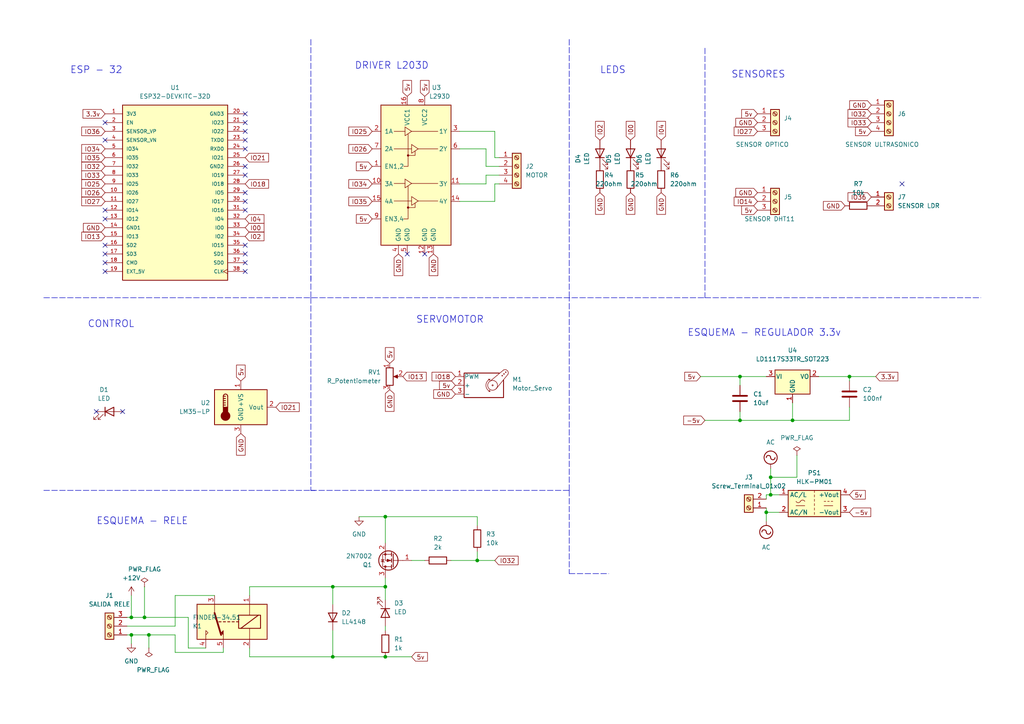
<source format=kicad_sch>
(kicad_sch (version 20211123) (generator eeschema)
  (paper "A4")
  (title_block (title "PLANTA DE ENTRENAMIENTO PARA uPy (PEUPY)") (date "2022-04-21"))
  (lib_symbols
    (symbol "Connector:Screw_Terminal_01x02" (pin_names (offset 1.016) hide)
      (property "Reference" "J" (at 0 2.54 0))
      (property "Value" "Screw_Terminal_01x02" (at 0 -5.08 0))
      (symbol "Screw_Terminal_01x02_1_1"
        (rectangle (start -1.27 1.27) (end 1.27 -3.81) (stroke (width 0.254)) (fill (type background)))
        (circle (center 0 -2.54) (radius 0.635) (stroke (width 0.1524)))
        (polyline (pts (xy -0.5334 -2.2098) (xy 0.3302 -3.048)) (stroke (width 0.1524)))
        (polyline (pts (xy -0.5334 0.3302) (xy 0.3302 -0.508)) (stroke (width 0.1524)))
        (polyline (pts (xy -0.3556 -2.032) (xy 0.508 -2.8702)) (stroke (width 0.1524)))
        (polyline (pts (xy -0.3556 0.508) (xy 0.508 -0.3302)) (stroke (width 0.1524)))
        (circle (center 0 0) (radius 0.635) (stroke (width 0.1524)))
        (pin passive line (at -5.08 0 0) (length 3.81) (name "Pin_1") (number "1"))
        (pin passive line (at -5.08 -2.54 0) (length 3.81) (name "Pin_2") (number "2"))
      )
    )
    (symbol "Connector:Screw_Terminal_01x03" (pin_names (offset 1.016) hide)
      (property "Reference" "J" (at 0 5.08 0))
      (property "Value" "Screw_Terminal_01x03" (at 0 -5.08 0))
      (symbol "Screw_Terminal_01x03_1_1"
        (rectangle (start -1.27 3.81) (end 1.27 -3.81) (stroke (width 0.254)) (fill (type background)))
        (circle (center 0 -2.54) (radius 0.635) (stroke (width 0.1524)))
        (polyline (pts (xy -0.5334 -2.2098) (xy 0.3302 -3.048)) (stroke (width 0.1524)))
        (polyline (pts (xy -0.5334 0.3302) (xy 0.3302 -0.508)) (stroke (width 0.1524)))
        (polyline (pts (xy -0.5334 2.8702) (xy 0.3302 2.032)) (stroke (width 0.1524)))
        (polyline (pts (xy -0.3556 -2.032) (xy 0.508 -2.8702)) (stroke (width 0.1524)))
        (polyline (pts (xy -0.3556 0.508) (xy 0.508 -0.3302)) (stroke (width 0.1524)))
        (polyline (pts (xy -0.3556 3.048) (xy 0.508 2.2098)) (stroke (width 0.1524)))
        (circle (center 0 0) (radius 0.635) (stroke (width 0.1524)))
        (circle (center 0 2.54) (radius 0.635) (stroke (width 0.1524)))
        (pin passive line (at -5.08 2.54 0) (length 3.81) (name "Pin_1") (number "1"))
        (pin passive line (at -5.08 0 0) (length 3.81) (name "Pin_2") (number "2"))
        (pin passive line (at -5.08 -2.54 0) (length 3.81) (name "Pin_3") (number "3"))
      )
    )
    (symbol "Connector:Screw_Terminal_01x04" (pin_names (offset 1.016) hide)
      (property "Reference" "J" (at 0 5.08 0))
      (property "Value" "Screw_Terminal_01x04" (at 0 -7.62 0))
      (symbol "Screw_Terminal_01x04_1_1"
        (rectangle (start -1.27 3.81) (end 1.27 -6.35) (stroke (width 0.254)) (fill (type background)))
        (circle (center 0 -5.08) (radius 0.635) (stroke (width 0.1524)))
        (circle (center 0 -2.54) (radius 0.635) (stroke (width 0.1524)))
        (polyline (pts (xy -0.5334 -4.7498) (xy 0.3302 -5.588)) (stroke (width 0.1524)))
        (polyline (pts (xy -0.5334 -2.2098) (xy 0.3302 -3.048)) (stroke (width 0.1524)))
        (polyline (pts (xy -0.5334 0.3302) (xy 0.3302 -0.508)) (stroke (width 0.1524)))
        (polyline (pts (xy -0.5334 2.8702) (xy 0.3302 2.032)) (stroke (width 0.1524)))
        (polyline (pts (xy -0.3556 -4.572) (xy 0.508 -5.4102)) (stroke (width 0.1524)))
        (polyline (pts (xy -0.3556 -2.032) (xy 0.508 -2.8702)) (stroke (width 0.1524)))
        (polyline (pts (xy -0.3556 0.508) (xy 0.508 -0.3302)) (stroke (width 0.1524)))
        (polyline (pts (xy -0.3556 3.048) (xy 0.508 2.2098)) (stroke (width 0.1524)))
        (circle (center 0 0) (radius 0.635) (stroke (width 0.1524)))
        (circle (center 0 2.54) (radius 0.635) (stroke (width 0.1524)))
        (pin passive line (at -5.08 2.54 0) (length 3.81) (name "Pin_1") (number "1"))
        (pin passive line (at -5.08 0 0) (length 3.81) (name "Pin_2") (number "2"))
        (pin passive line (at -5.08 -2.54 0) (length 3.81) (name "Pin_3") (number "3"))
        (pin passive line (at -5.08 -5.08 0) (length 3.81) (name "Pin_4") (number "4"))
      )
    )
    (symbol "Converter_ACDC:HLK-PM01"
      (property "Reference" "PS" (at 0 5.08 0))
      (property "Value" "HLK-PM01" (at 0 -5.08 0))
      (symbol "HLK-PM01_0_1"
        (rectangle (start -7.62 3.81) (end 7.62 -3.81) (stroke (width 0.254)) (fill (type background)))
        (arc (start -5.334 0.635) (mid -4.699 0.2495) (end -4.064 0.635))
        (arc (start -2.794 0.635) (mid -3.429 1.0072) (end -4.064 0.635))
        (polyline (pts (xy -5.334 -0.635) (xy -2.794 -0.635)))
        (polyline (pts (xy 0 -2.54) (xy 0 -3.175)))
        (polyline (pts (xy 0 -1.27) (xy 0 -1.905)))
        (polyline (pts (xy 0 0) (xy 0 -0.635)))
        (polyline (pts (xy 0 1.27) (xy 0 0.635)))
        (polyline (pts (xy 0 2.54) (xy 0 1.905)))
        (polyline (pts (xy 0 3.81) (xy 0 3.175)))
        (polyline (pts (xy 2.794 -0.635) (xy 5.334 -0.635)))
        (polyline (pts (xy 2.794 0.635) (xy 3.302 0.635)))
        (polyline (pts (xy 3.81 0.635) (xy 4.318 0.635)))
        (polyline (pts (xy 4.826 0.635) (xy 5.334 0.635)))
      )
      (symbol "HLK-PM01_1_1"
        (pin power_in line (at -10.16 2.54 0) (length 2.54) (name "AC/L") (number "1"))
        (pin power_in line (at -10.16 -2.54 0) (length 2.54) (name "AC/N") (number "2"))
        (pin power_out line (at 10.16 -2.54 180) (length 2.54) (name "-Vout") (number "3"))
        (pin power_out line (at 10.16 2.54 180) (length 2.54) (name "+Vout") (number "4"))
      )
    )
    (symbol "Device:C" (pin_numbers hide) (pin_names (offset 0.254))
      (property "Reference" "C" (at 0.635 2.54 0))
      (property "Value" "C" (at 0.635 -2.54 0))
      (symbol "C_0_1"
        (polyline (pts (xy -2.032 -0.762) (xy 2.032 -0.762)) (stroke (width 0.508)))
        (polyline (pts (xy -2.032 0.762) (xy 2.032 0.762)) (stroke (width 0.508)))
      )
      (symbol "C_1_1"
        (pin passive line (at 0 3.81 270) (length 2.794) (name "~") (number "1"))
        (pin passive line (at 0 -3.81 90) (length 2.794) (name "~") (number "2"))
      )
    )
    (symbol "Device:LED" (pin_numbers hide) (pin_names (offset 1.016) hide)
      (property "Reference" "D" (at 0 2.54 0))
      (property "Value" "LED" (at 0 -2.54 0))
      (symbol "LED_0_1"
        (polyline (pts (xy -1.27 -1.27) (xy -1.27 1.27)) (stroke (width 0.254)))
        (polyline (pts (xy -1.27 0) (xy 1.27 0)))
        (polyline (pts (xy 1.27 -1.27) (xy 1.27 1.27) (xy -1.27 0) (xy 1.27 -1.27)) (stroke (width 0.254)))
        (polyline (pts (xy -3.048 -0.762) (xy -4.572 -2.286) (xy -3.81 -2.286) (xy -4.572 -2.286) (xy -4.572 -1.524)))
        (polyline (pts (xy -1.778 -0.762) (xy -3.302 -2.286) (xy -2.54 -2.286) (xy -3.302 -2.286) (xy -3.302 -1.524)))
      )
      (symbol "LED_1_1"
        (pin passive line (at -3.81 0 0) (length 2.54) (name "K") (number "1"))
        (pin passive line (at 3.81 0 180) (length 2.54) (name "A") (number "2"))
      )
    )
    (symbol "Device:R" (pin_numbers hide) (pin_names (offset 0))
      (property "Reference" "R" (at 2.032 0 90))
      (property "Value" "R" (at 0 0 90))
      (symbol "R_0_1"
        (rectangle (start -1.016 -2.54) (end 1.016 2.54) (stroke (width 0.254)))
      )
      (symbol "R_1_1"
        (pin passive line (at 0 3.81 270) (length 1.27) (name "~") (number "1"))
        (pin passive line (at 0 -3.81 90) (length 1.27) (name "~") (number "2"))
      )
    )
    (symbol "Device:R_Potentiometer" (pin_names (offset 1.016) hide)
      (property "Reference" "RV" (at -4.445 0 90))
      (property "Value" "R_Potentiometer" (at -2.54 0 90))
      (symbol "R_Potentiometer_0_1"
        (polyline (pts (xy 2.54 0) (xy 1.524 0)))
        (polyline (pts (xy 1.143 0) (xy 2.286 0.508) (xy 2.286 -0.508) (xy 1.143 0)) (fill (type outline)))
        (rectangle (start 1.016 2.54) (end -1.016 -2.54) (stroke (width 0.254)))
      )
      (symbol "R_Potentiometer_1_1"
        (pin passive line (at 0 3.81 270) (length 1.27) (name "1") (number "1"))
        (pin passive line (at 3.81 0 180) (length 1.27) (name "2") (number "2"))
        (pin passive line (at 0 -3.81 90) (length 1.27) (name "3") (number "3"))
      )
    )
    (symbol "Diode:LL4148" (pin_numbers hide) (pin_names (offset 1.016) hide)
      (property "Reference" "D" (at 0 2.54 0))
      (property "Value" "LL4148" (at 0 -2.54 0))
      (symbol "LL4148_0_1"
        (polyline (pts (xy -1.27 1.27) (xy -1.27 -1.27)) (stroke (width 0.254)))
        (polyline (pts (xy 1.27 0) (xy -1.27 0)))
        (polyline (pts (xy 1.27 1.27) (xy 1.27 -1.27) (xy -1.27 0) (xy 1.27 1.27)) (stroke (width 0.254)))
      )
      (symbol "LL4148_1_1"
        (pin passive line (at -3.81 0 0) (length 2.54) (name "K") (number "1"))
        (pin passive line (at 3.81 0 180) (length 2.54) (name "A") (number "2"))
      )
    )
    (symbol "Driver_Motor:L293D" (pin_names (offset 1.016))
      (property "Reference" "U" (at -5.08 26.035 0))
      (property "Value" "L293D" (at -5.08 24.13 0))
      (symbol "L293D_0_1"
        (rectangle (start -10.16 22.86) (end 10.16 -17.78) (stroke (width 0.254)) (fill (type background)))
        (circle (center -2.286 -6.858) (radius 0.254) (fill (type outline)))
        (circle (center -2.286 8.255) (radius 0.254) (fill (type outline)))
        (polyline (pts (xy -6.35 -4.953) (xy -1.27 -4.953)))
        (polyline (pts (xy -6.35 0.127) (xy -3.175 0.127)))
        (polyline (pts (xy -6.35 10.16) (xy -1.27 10.16)))
        (polyline (pts (xy -6.35 15.24) (xy -3.175 15.24)))
        (polyline (pts (xy -1.27 0.127) (xy 6.35 0.127)))
        (polyline (pts (xy -1.27 15.24) (xy 6.35 15.24)))
        (polyline (pts (xy 0.635 -4.953) (xy 6.35 -4.953)))
        (polyline (pts (xy 0.635 10.16) (xy 6.35 10.16)))
        (polyline (pts (xy -2.286 -6.858) (xy -0.254 -6.858) (xy -0.254 -5.588)))
        (polyline (pts (xy -2.286 -0.635) (xy -2.286 -10.16) (xy -3.556 -10.16)))
        (polyline (pts (xy -2.286 8.255) (xy -0.254 8.255) (xy -0.254 9.525)))
        (polyline (pts (xy -2.286 14.478) (xy -2.286 5.08) (xy -3.556 5.08)))
        (polyline (pts (xy -3.175 1.397) (xy -3.175 -1.143) (xy -1.27 0.127) (xy -3.175 1.397)))
        (polyline (pts (xy -3.175 16.51) (xy -3.175 13.97) (xy -1.27 15.24) (xy -3.175 16.51)))
        (polyline (pts (xy -1.27 -3.683) (xy -1.27 -6.223) (xy 0.635 -4.953) (xy -1.27 -3.683)))
        (polyline (pts (xy -1.27 11.43) (xy -1.27 8.89) (xy 0.635 10.16) (xy -1.27 11.43)))
      )
      (symbol "L293D_1_1"
        (pin input line (at -12.7 5.08 0) (length 2.54) (name "EN1,2") (number "1"))
        (pin input line (at -12.7 0 0) (length 2.54) (name "3A") (number "10"))
        (pin output line (at 12.7 0 180) (length 2.54) (name "3Y") (number "11"))
        (pin power_in line (at 2.54 -20.32 90) (length 2.54) (name "GND") (number "12"))
        (pin power_in line (at 5.08 -20.32 90) (length 2.54) (name "GND") (number "13"))
        (pin output line (at 12.7 -5.08 180) (length 2.54) (name "4Y") (number "14"))
        (pin input line (at -12.7 -5.08 0) (length 2.54) (name "4A") (number "15"))
        (pin power_in line (at -2.54 25.4 270) (length 2.54) (name "VCC1") (number "16"))
        (pin input line (at -12.7 15.24 0) (length 2.54) (name "1A") (number "2"))
        (pin output line (at 12.7 15.24 180) (length 2.54) (name "1Y") (number "3"))
        (pin power_in line (at -5.08 -20.32 90) (length 2.54) (name "GND") (number "4"))
        (pin power_in line (at -2.54 -20.32 90) (length 2.54) (name "GND") (number "5"))
        (pin output line (at 12.7 10.16 180) (length 2.54) (name "2Y") (number "6"))
        (pin input line (at -12.7 10.16 0) (length 2.54) (name "2A") (number "7"))
        (pin power_in line (at 2.54 25.4 270) (length 2.54) (name "VCC2") (number "8"))
        (pin input line (at -12.7 -10.16 0) (length 2.54) (name "EN3,4") (number "9"))
      )
    )
    (symbol "MCU_Module:ESP32-DEVKITC-32D" (pin_names (offset 1.016))
      (property "Reference" "U" (at -15.2654 26.0604 0))
      (property "Value" "ESP32-DEVKITC-32D" (at -15.2654 -27.9654 0))
      (symbol "ESP32-DEVKITC-32D_0_0"
        (rectangle (start -15.24 -25.4) (end 15.24 25.4) (stroke (width 0.254)) (fill (type background)))
        (pin power_in line (at -20.32 22.86 0) (length 5.08) (name "3V3") (number "1"))
        (pin bidirectional line (at -20.32 0 0) (length 5.08) (name "IO26") (number "10"))
        (pin bidirectional line (at -20.32 -2.54 0) (length 5.08) (name "IO27") (number "11"))
        (pin bidirectional line (at -20.32 -5.08 0) (length 5.08) (name "IO14") (number "12"))
        (pin bidirectional line (at -20.32 -7.62 0) (length 5.08) (name "IO12") (number "13"))
        (pin power_in line (at -20.32 -10.16 0) (length 5.08) (name "GND1") (number "14"))
        (pin bidirectional line (at -20.32 -12.7 0) (length 5.08) (name "IO13") (number "15"))
        (pin bidirectional line (at -20.32 -15.24 0) (length 5.08) (name "SD2") (number "16"))
        (pin bidirectional line (at -20.32 -17.78 0) (length 5.08) (name "SD3") (number "17"))
        (pin bidirectional line (at -20.32 -20.32 0) (length 5.08) (name "CMD") (number "18"))
        (pin power_in line (at -20.32 -22.86 0) (length 5.08) (name "EXT_5V") (number "19"))
        (pin input line (at -20.32 20.32 0) (length 5.08) (name "EN") (number "2"))
        (pin power_in line (at 20.32 22.86 180) (length 5.08) (name "GND3") (number "20"))
        (pin bidirectional line (at 20.32 20.32 180) (length 5.08) (name "IO23") (number "21"))
        (pin bidirectional line (at 20.32 17.78 180) (length 5.08) (name "IO22") (number "22"))
        (pin output line (at 20.32 15.24 180) (length 5.08) (name "TXD0") (number "23"))
        (pin input line (at 20.32 12.7 180) (length 5.08) (name "RXD0") (number "24"))
        (pin bidirectional line (at 20.32 10.16 180) (length 5.08) (name "IO21") (number "25"))
        (pin power_in line (at 20.32 7.62 180) (length 5.08) (name "GND2") (number "26"))
        (pin bidirectional line (at 20.32 5.08 180) (length 5.08) (name "IO19") (number "27"))
        (pin bidirectional line (at 20.32 2.54 180) (length 5.08) (name "IO18") (number "28"))
        (pin bidirectional line (at 20.32 0 180) (length 5.08) (name "IO5") (number "29"))
        (pin input line (at -20.32 17.78 0) (length 5.08) (name "SENSOR_VP") (number "3"))
        (pin bidirectional line (at 20.32 -2.54 180) (length 5.08) (name "IO17") (number "30"))
        (pin bidirectional line (at 20.32 -5.08 180) (length 5.08) (name "IO16") (number "31"))
        (pin bidirectional line (at 20.32 -7.62 180) (length 5.08) (name "IO4") (number "32"))
        (pin bidirectional line (at 20.32 -10.16 180) (length 5.08) (name "IO0") (number "33"))
        (pin bidirectional line (at 20.32 -12.7 180) (length 5.08) (name "IO2") (number "34"))
        (pin bidirectional line (at 20.32 -15.24 180) (length 5.08) (name "IO15") (number "35"))
        (pin bidirectional line (at 20.32 -17.78 180) (length 5.08) (name "SD1") (number "36"))
        (pin bidirectional line (at 20.32 -20.32 180) (length 5.08) (name "SD0") (number "37"))
        (pin input clock (at 20.32 -22.86 180) (length 5.08) (name "CLK") (number "38"))
        (pin input line (at -20.32 15.24 0) (length 5.08) (name "SENSOR_VN") (number "4"))
        (pin bidirectional line (at -20.32 12.7 0) (length 5.08) (name "IO34") (number "5"))
        (pin bidirectional line (at -20.32 10.16 0) (length 5.08) (name "IO35") (number "6"))
        (pin bidirectional line (at -20.32 7.62 0) (length 5.08) (name "IO32") (number "7"))
        (pin bidirectional line (at -20.32 5.08 0) (length 5.08) (name "IO33") (number "8"))
        (pin bidirectional line (at -20.32 2.54 0) (length 5.08) (name "IO25") (number "9"))
      )
    )
    (symbol "Motor:Motor_Servo" (pin_names (offset 0.0254))
      (property "Reference" "M" (at -5.08 4.445 0))
      (property "Value" "Motor_Servo" (at -5.08 -4.064 0))
      (symbol "Motor_Servo_0_1"
        (polyline (pts (xy 2.413 -1.778) (xy 2.032 -1.778)))
        (polyline (pts (xy 2.413 -1.778) (xy 2.286 -1.397)))
        (polyline (pts (xy 2.413 1.778) (xy 1.905 1.778)))
        (polyline (pts (xy 2.413 1.778) (xy 2.286 1.397)))
        (polyline (pts (xy 6.35 4.445) (xy 2.54 1.27)))
        (polyline (pts (xy 7.62 3.175) (xy 4.191 -1.016)))
        (polyline (pts (xy 5.08 3.556) (xy -5.08 3.556) (xy -5.08 -3.556) (xy 6.35 -3.556) (xy 6.35 1.524)) (stroke (width 0.254)))
        (arc (start 2.413 1.778) (mid 1.2406 0) (end 2.413 -1.778))
        (circle (center 3.175 0) (radius 0.1778))
        (circle (center 3.175 0) (radius 1.4224))
        (circle (center 5.969 2.794) (radius 0.127))
        (circle (center 6.477 3.302) (radius 0.127))
        (circle (center 6.985 3.81) (radius 0.127))
        (arc (start 7.62 3.175) (mid 7.4485 4.2735) (end 6.35 4.445))
      )
      (symbol "Motor_Servo_1_1"
        (pin passive line (at -7.62 2.54 0) (length 2.54) (name "PWM") (number "1"))
        (pin passive line (at -7.62 0 0) (length 2.54) (name "+") (number "2"))
        (pin passive line (at -7.62 -2.54 0) (length 2.54) (name "-") (number "3"))
      )
    )
    (symbol "Regulator_Linear:LD1117S33TR_SOT223" (pin_names (offset 0.254))
      (property "Reference" "U" (at -3.81 3.175 0))
      (property "Value" "LD1117S33TR_SOT223" (at 0 3.175 0))
      (symbol "LD1117S33TR_SOT223_0_1"
        (rectangle (start -5.08 -5.08) (end 5.08 1.905) (stroke (width 0.254)) (fill (type background)))
      )
      (symbol "LD1117S33TR_SOT223_1_1"
        (pin power_in line (at 0 -7.62 90) (length 2.54) (name "GND") (number "1"))
        (pin power_out line (at 7.62 0 180) (length 2.54) (name "VO") (number "2"))
        (pin power_in line (at -7.62 0 0) (length 2.54) (name "VI") (number "3"))
      )
    )
    (symbol "Relay:FINDER-34.51"
      (property "Reference" "K1" (at 11.43 1.2701 0))
      (property "Value" "FINDER-34.51" (at 11.43 -1.2699 0))
      (symbol "FINDER-34.51_0_0"
        (polyline (pts (xy 7.62 5.08) (xy 7.62 2.54) (xy 6.985 3.175) (xy 7.62 3.81)))
      )
      (symbol "FINDER-34.51_0_1"
        (rectangle (start -10.16 5.08) (end 10.16 -5.08) (stroke (width 0.254)) (fill (type background)))
        (rectangle (start -8.255 1.905) (end -1.905 -1.905) (stroke (width 0.254)))
        (polyline (pts (xy -7.62 -1.905) (xy -2.54 1.905)) (stroke (width 0.254)))
        (polyline (pts (xy -5.08 -5.08) (xy -5.08 -1.905)))
        (polyline (pts (xy -5.08 5.08) (xy -5.08 1.905)))
        (polyline (pts (xy -1.905 0) (xy -1.27 0)) (stroke (width 0.254)))
        (polyline (pts (xy -0.635 0) (xy 0 0)) (stroke (width 0.254)))
        (polyline (pts (xy 0.635 0) (xy 1.27 0)) (stroke (width 0.254)))
        (polyline (pts (xy 1.905 0) (xy 2.54 0)) (stroke (width 0.254)))
        (polyline (pts (xy 3.175 0) (xy 3.81 0)) (stroke (width 0.254)))
        (polyline (pts (xy 5.08 -2.54) (xy 3.175 3.81)) (stroke (width 0.508)))
        (polyline (pts (xy 5.08 -2.54) (xy 5.08 -5.08)))
        (polyline (pts (xy 2.54 5.08) (xy 2.54 2.54) (xy 3.175 3.175) (xy 2.54 3.81)) (fill (type outline)))
      )
      (symbol "FINDER-34.51_1_1"
        (pin passive line (at -5.08 -7.62 90) (length 2.54) (name "~") (number "1"))
        (pin passive line (at -5.08 7.62 270) (length 2.54) (name "~") (number "2"))
        (pin passive line (at 5.08 -7.62 90) (length 2.54) (name "~") (number "3"))
        (pin passive line (at 7.62 7.62 270) (length 2.54) (name "~") (number "4"))
        (pin passive line (at 2.54 7.62 270) (length 2.54) (name "~") (number "5"))
      )
    )
    (symbol "Sensor_Temperature:LM35-LP" (pin_names (offset 1.016))
      (property "Reference" "U" (at -6.35 6.35 0))
      (property "Value" "LM35-LP" (at 1.27 6.35 0))
      (symbol "LM35-LP_0_1"
        (rectangle (start -7.62 5.08) (end 7.62 -5.08) (stroke (width 0.254)) (fill (type background)))
        (circle (center -4.445 -2.54) (radius 1.27) (stroke (width 0.254)) (fill (type outline)))
        (rectangle (start -3.81 -1.905) (end -5.08 0) (stroke (width 0.254)) (fill (type outline)))
        (arc (start -3.81 3.175) (mid -4.445 3.81) (end -5.08 3.175) (stroke (width 0.254)))
        (polyline (pts (xy -5.08 0.635) (xy -4.445 0.635)) (stroke (width 0.254)))
        (polyline (pts (xy -5.08 1.27) (xy -4.445 1.27)) (stroke (width 0.254)))
        (polyline (pts (xy -5.08 1.905) (xy -4.445 1.905)) (stroke (width 0.254)))
        (polyline (pts (xy -5.08 2.54) (xy -4.445 2.54)) (stroke (width 0.254)))
        (polyline (pts (xy -5.08 3.175) (xy -5.08 0)) (stroke (width 0.254)))
        (polyline (pts (xy -5.08 3.175) (xy -4.445 3.175)) (stroke (width 0.254)))
        (polyline (pts (xy -3.81 3.175) (xy -3.81 0)) (stroke (width 0.254)))
      )
      (symbol "LM35-LP_1_1"
        (pin power_in line (at 0 7.62 270) (length 2.54) (name "+VS") (number "1"))
        (pin output line (at 10.16 0 180) (length 2.54) (name "Vout") (number "2"))
        (pin power_in line (at 0 -7.62 90) (length 2.54) (name "GND") (number "3"))
      )
    )
    (symbol "Transistor_FET:2N7002" (pin_names hide)
      (property "Reference" "Q" (at 5.08 1.905 0))
      (property "Value" "2N7002" (at 5.08 0 0))
      (symbol "2N7002_0_1"
        (polyline (pts (xy 0.254 0) (xy -2.54 0)))
        (polyline (pts (xy 0.254 1.905) (xy 0.254 -1.905)) (stroke (width 0.254)))
        (polyline (pts (xy 0.762 -1.27) (xy 0.762 -2.286)) (stroke (width 0.254)))
        (polyline (pts (xy 0.762 0.508) (xy 0.762 -0.508)) (stroke (width 0.254)))
        (polyline (pts (xy 0.762 2.286) (xy 0.762 1.27)) (stroke (width 0.254)))
        (polyline (pts (xy 2.54 2.54) (xy 2.54 1.778)))
        (polyline (pts (xy 2.54 -2.54) (xy 2.54 0) (xy 0.762 0)))
        (polyline (pts (xy 0.762 -1.778) (xy 3.302 -1.778) (xy 3.302 1.778) (xy 0.762 1.778)))
        (polyline (pts (xy 1.016 0) (xy 2.032 0.381) (xy 2.032 -0.381) (xy 1.016 0)) (fill (type outline)))
        (polyline (pts (xy 2.794 0.508) (xy 2.921 0.381) (xy 3.683 0.381) (xy 3.81 0.254)))
        (polyline (pts (xy 3.302 0.381) (xy 2.921 -0.254) (xy 3.683 -0.254) (xy 3.302 0.381)))
        (circle (center 1.651 0) (radius 2.794) (stroke (width 0.254)))
        (circle (center 2.54 -1.778) (radius 0.254) (fill (type outline)))
        (circle (center 2.54 1.778) (radius 0.254) (fill (type outline)))
      )
      (symbol "2N7002_1_1"
        (pin input line (at -5.08 0 0) (length 2.54) (name "G") (number "1"))
        (pin passive line (at 2.54 -5.08 90) (length 2.54) (name "S") (number "2"))
        (pin passive line (at 2.54 5.08 270) (length 2.54) (name "D") (number "3"))
      )
    )
    (symbol "power:+12V" (power) (pin_names (offset 0))
      (property "Value" "+12V" (at 0 3.556 0))
      (symbol "+12V_0_1"
        (polyline (pts (xy -0.762 1.27) (xy 0 2.54)))
        (polyline (pts (xy 0 0) (xy 0 2.54)))
        (polyline (pts (xy 0 2.54) (xy 0.762 1.27)))
      )
      (symbol "+12V_1_1"
        (pin power_in line (at 0 0 90) (length 0) hide (name "+12V") (number "1"))
      )
    )
    (symbol "power:AC" (power) (pin_names (offset 0))
      (property "Value" "AC" (at 0 6.35 0))
      (symbol "AC_0_1"
        (polyline (pts (xy 0 0) (xy 0 1.27)))
        (arc (start 0 3.175) (mid -0.635 3.81) (end -1.27 3.175) (stroke (width 0.254)))
        (arc (start 0 3.175) (mid 0.635 2.54) (end 1.27 3.175) (stroke (width 0.254)))
        (circle (center 0 3.175) (radius 1.905) (stroke (width 0.254)))
      )
      (symbol "AC_1_1"
        (pin power_in line (at 0 0 90) (length 0) hide (name "AC") (number "1"))
      )
    )
    (symbol "power:GND" (power) (pin_names (offset 0))
      (property "Value" "GND" (at 0 -3.81 0))
      (symbol "GND_0_1"
        (polyline (pts (xy 0 0) (xy 0 -1.27) (xy 1.27 -1.27) (xy 0 -2.54) (xy -1.27 -1.27) (xy 0 -1.27)))
      )
      (symbol "GND_1_1"
        (pin power_in line (at 0 0 270) (length 0) hide (name "GND") (number "1"))
      )
    )
    (symbol "power:PWR_FLAG" (power) (pin_numbers hide) (pin_names (offset 0) hide)
      (property "Value" "PWR_FLAG" (at 0 3.81 0))
      (symbol "PWR_FLAG_0_0"
        (pin power_out line (at 0 0 90) (length 0) (name "pwr") (number "1"))
      )
      (symbol "PWR_FLAG_0_1"
        (polyline (pts (xy 0 0) (xy 0 1.27) (xy -1.016 1.905) (xy 0 2.54) (xy 1.016 1.905) (xy 0 1.27)))
      )
    )
  )
  (junction (at 111.76 170.18))
  (junction (at 222.25 148.59))
  (junction (at 223.52 143.51))
  (junction (at 96.52 190.5))
  (junction (at 214.63 121.92))
  (junction (at 214.63 109.22))
  (junction (at 229.87 121.92))
  (junction (at 38.1 179.07))
  (junction (at 138.43 162.56))
  (junction (at 96.52 170.18))
  (junction (at 223.52 138.43))
  (junction (at 246.38 109.22))
  (junction (at 111.76 190.5))
  (junction (at 41.91 179.07))
  (junction (at 38.1 184.15))
  (junction (at 43.18 184.15))
  (junction (at 111.76 149.86))
  (no_connect (at 71.12 33.02))
  (no_connect (at 71.12 35.56))
  (no_connect (at 71.12 55.88))
  (no_connect (at 71.12 50.8))
  (no_connect (at 71.12 48.26))
  (no_connect (at 71.12 43.18))
  (no_connect (at 71.12 40.64))
  (no_connect (at 71.12 38.1))
  (no_connect (at 261.62 53.34))
  (no_connect (at 27.94 119.38))
  (no_connect (at 35.56 119.38))
  (no_connect (at 30.48 78.74))
  (no_connect (at 71.12 78.74))
  (no_connect (at 71.12 76.2))
  (no_connect (at 30.48 35.56))
  (no_connect (at 30.48 40.64))
  (no_connect (at 30.48 60.96))
  (no_connect (at 30.48 63.5))
  (no_connect (at 71.12 60.96))
  (no_connect (at 71.12 58.42))
  (no_connect (at 30.48 71.12))
  (no_connect (at 30.48 73.66))
  (no_connect (at 30.48 76.2))
  (no_connect (at 71.12 73.66))
  (no_connect (at 71.12 71.12))
  (no_connect (at 123.19 73.66))
  (no_connect (at 118.11 73.66))
  (wire (pts (xy 246.38 118.11) (xy 246.38 121.92)))
  (wire (pts (xy 130.81 162.56) (xy 138.43 162.56)))
  (wire (pts (xy 246.38 121.92) (xy 229.87 121.92)))
  (wire (pts (xy 54.61 187.96) (xy 54.61 179.07)))
  (wire (pts (xy 72.39 170.18) (xy 96.52 170.18)))
  (wire (pts (xy 43.18 184.15) (xy 38.1 184.15)))
  (wire (pts (xy 237.49 109.22) (xy 246.38 109.22)))
  (polyline (pts (xy 204.47 13.97) (xy 204.47 86.36)))
  (wire (pts (xy 111.76 170.18) (xy 111.76 167.64)))
  (polyline (pts (xy 90.17 142.24) (xy 91.44 142.24)))
  (wire (pts (xy 111.76 149.86) (xy 138.43 149.86)))
  (wire (pts (xy 41.91 170.18) (xy 41.91 179.07)))
  (wire (pts (xy 38.1 184.15) (xy 36.83 184.15)))
  (wire (pts (xy 138.43 162.56) (xy 138.43 160.02)))
  (wire (pts (xy 223.52 135.89) (xy 223.52 138.43)))
  (wire (pts (xy 50.8 172.72) (xy 50.8 181.61)))
  (wire (pts (xy 72.39 172.72) (xy 72.39 170.18)))
  (wire (pts (xy 41.91 179.07) (xy 54.61 179.07)))
  (wire (pts (xy 143.51 38.1) (xy 143.51 45.72)))
  (wire (pts (xy 140.97 53.34) (xy 140.97 50.8)))
  (wire (pts (xy 133.35 58.42) (xy 143.51 58.42)))
  (wire (pts (xy 204.47 121.92) (xy 214.63 121.92)))
  (wire (pts (xy 64.77 189.23) (xy 50.8 189.23)))
  (wire (pts (xy 223.52 138.43) (xy 223.52 143.51)))
  (wire (pts (xy 222.25 143.51) (xy 222.25 144.78)))
  (wire (pts (xy 50.8 189.23) (xy 50.8 184.15)))
  (wire (pts (xy 111.76 170.18) (xy 96.52 170.18)))
  (wire (pts (xy 119.38 162.56) (xy 123.19 162.56)))
  (wire (pts (xy 96.52 182.88) (xy 96.52 190.5)))
  (polyline (pts (xy 12.7 86.36) (xy 204.47 86.36)))
  (wire (pts (xy 143.51 45.72) (xy 144.78 45.72)))
  (wire (pts (xy 223.52 143.51) (xy 226.06 143.51)))
  (wire (pts (xy 231.14 138.43) (xy 223.52 138.43)))
  (wire (pts (xy 246.38 109.22) (xy 246.38 110.49)))
  (wire (pts (xy 38.1 172.72) (xy 38.1 179.07)))
  (polyline (pts (xy 12.7 142.24) (xy 90.17 142.24)))
  (polyline (pts (xy 90.17 86.36) (xy 90.17 142.24)))
  (wire (pts (xy 222.25 148.59) (xy 222.25 147.32)))
  (wire (pts (xy 229.87 121.92) (xy 214.63 121.92)))
  (wire (pts (xy 43.18 184.15) (xy 43.18 187.96)))
  (wire (pts (xy 226.06 148.59) (xy 222.25 148.59)))
  (wire (pts (xy 133.35 43.18) (xy 140.97 43.18)))
  (wire (pts (xy 96.52 190.5) (xy 111.76 190.5)))
  (polyline (pts (xy 165.1 142.24) (xy 165.1 86.36)))
  (wire (pts (xy 138.43 149.86) (xy 138.43 152.4)))
  (wire (pts (xy 62.23 172.72) (xy 50.8 172.72)))
  (wire (pts (xy 231.14 132.08) (xy 231.14 138.43)))
  (wire (pts (xy 111.76 181.61) (xy 111.76 182.88)))
  (wire (pts (xy 203.2 109.22) (xy 214.63 109.22)))
  (wire (pts (xy 111.76 157.48) (xy 111.76 149.86)))
  (wire (pts (xy 138.43 162.56) (xy 143.51 162.56)))
  (wire (pts (xy 72.39 187.96) (xy 72.39 190.5)))
  (polyline (pts (xy 165.1 11.43) (xy 165.1 81.28)))
  (polyline (pts (xy 165.1 166.37) (xy 176.53 166.37)))
  (wire (pts (xy 50.8 181.61) (xy 36.83 181.61)))
  (polyline (pts (xy 90.17 142.24) (xy 165.1 142.24)))
  (wire (pts (xy 222.25 148.59) (xy 222.25 151.13)))
  (wire (pts (xy 50.8 184.15) (xy 43.18 184.15)))
  (wire (pts (xy 111.76 170.18) (xy 111.76 173.99)))
  (wire (pts (xy 111.76 190.5) (xy 119.38 190.5)))
  (wire (pts (xy 140.97 48.26) (xy 144.78 48.26)))
  (wire (pts (xy 133.35 38.1) (xy 143.51 38.1)))
  (wire (pts (xy 36.83 179.07) (xy 38.1 179.07)))
  (wire (pts (xy 38.1 179.07) (xy 41.91 179.07)))
  (wire (pts (xy 72.39 190.5) (xy 96.52 190.5)))
  (polyline (pts (xy 165.1 142.24) (xy 165.1 166.37)))
  (wire (pts (xy 38.1 184.15) (xy 38.1 186.69)))
  (wire (pts (xy 229.87 116.84) (xy 229.87 121.92)))
  (polyline (pts (xy 165.1 80.01) (xy 165.1 86.36)))
  (wire (pts (xy 140.97 43.18) (xy 140.97 48.26)))
  (wire (pts (xy 140.97 50.8) (xy 144.78 50.8)))
  (wire (pts (xy 143.51 58.42) (xy 143.51 53.34)))
  (wire (pts (xy 59.69 187.96) (xy 54.61 187.96)))
  (polyline (pts (xy 204.47 86.36) (xy 284.48 86.36)))
  (wire (pts (xy 214.63 109.22) (xy 222.25 109.22)))
  (wire (pts (xy 246.38 109.22) (xy 254 109.22)))
  (wire (pts (xy 96.52 170.18) (xy 96.52 175.26)))
  (wire (pts (xy 133.35 53.34) (xy 140.97 53.34)))
  (wire (pts (xy 214.63 121.92) (xy 214.63 119.38)))
  (wire (pts (xy 143.51 53.34) (xy 144.78 53.34)))
  (polyline (pts (xy 90.17 11.43) (xy 90.17 81.28)))
  (wire (pts (xy 104.14 149.86) (xy 111.76 149.86)))
  (wire (pts (xy 64.77 187.96) (xy 64.77 189.23)))
  (wire (pts (xy 214.63 109.22) (xy 214.63 111.76)))
  (polyline (pts (xy 90.17 80.01) (xy 90.17 86.36)))
  (wire (pts (xy 223.52 143.51) (xy 222.25 143.51)))
  (text "SERVOMOTOR" (at 120.65 93.98 0) (effects (font (size 2 2)) (justify left bottom)))
  (text "LEDS" (at 173.99 21.59 0) (effects (font (size 2 2)) (justify left bottom)))
  (text "ESQUEMA - RELE " (at 27.94 152.4 0) (effects (font (size 2 2)) (justify left bottom)))
  (text "CONTROL" (at 25.4 95.25 0) (effects (font (size 2 2)) (justify left bottom)))
  (text "ESQUEMA - REGULADOR 3.3v\n" (at 199.39 97.79 0) (effects (font (size 2 2)) (justify left bottom)))
  (text "SENSORES\n" (at 212.09 22.86 0) (effects (font (size 2 2)) (justify left bottom)))
  (text "ESP - 32\n" (at 20.32 21.59 0) (effects (font (size 2 2)) (justify left bottom)))
  (text "DRIVER L203D" (at 102.87 20.32 0) (effects (font (size 2 2)) (justify left bottom)))
  (global_label "IO32" (shape input) (at 143.51 162.56 0) (property "Intersheet References" "${INTERSHEET_REFS}" (effects hide)))
  (global_label "IO27" (shape input) (at 219.71 38.1 180) (property "Intersheet References" "${INTERSHEET_REFS}" (effects hide)))
  (global_label "I04" (shape input) (at 71.12 63.5 0) (property "Intersheet References" "${INTERSHEET_REFS}" (effects hide)))
  (global_label "3.3v" (shape input) (at 30.48 33.02 180) (property "Intersheet References" "${INTERSHEET_REFS}" (effects hide)))
  (global_label "IO13" (shape input) (at 30.48 68.58 180) (property "Intersheet References" "${INTERSHEET_REFS}" (effects hide)))
  (global_label "IO36" (shape input) (at 252.73 57.15 180) (property "Intersheet References" "${INTERSHEET_REFS}" (effects hide)))
  (global_label "GND" (shape input) (at 219.71 55.88 180) (property "Intersheet References" "${INTERSHEET_REFS}" (effects hide)))
  (global_label "IO33" (shape input) (at 30.48 50.8 180) (property "Intersheet References" "${INTERSHEET_REFS}" (effects hide)))
  (global_label "IO27" (shape input) (at 30.48 58.42 180) (property "Intersheet References" "${INTERSHEET_REFS}" (effects hide)))
  (global_label "IO25" (shape input) (at 30.48 53.34 180) (property "Intersheet References" "${INTERSHEET_REFS}" (effects hide)))
  (global_label "IO21" (shape input) (at 71.12 45.72 0) (property "Intersheet References" "${INTERSHEET_REFS}" (effects hide)))
  (global_label "5v" (shape input) (at 107.95 48.26 180) (property "Intersheet References" "${INTERSHEET_REFS}" (effects hide)))
  (global_label "I00" (shape input) (at 71.12 66.04 0) (property "Intersheet References" "${INTERSHEET_REFS}" (effects hide)))
  (global_label "5v" (shape input) (at 69.85 110.49 90) (property "Intersheet References" "${INTERSHEET_REFS}" (effects hide)))
  (global_label "5v" (shape input) (at 219.71 33.02 180) (property "Intersheet References" "${INTERSHEET_REFS}" (effects hide)))
  (global_label "5v" (shape input) (at 219.71 60.96 180) (property "Intersheet References" "${INTERSHEET_REFS}" (effects hide)))
  (global_label "IO26" (shape input) (at 30.48 55.88 180) (property "Intersheet References" "${INTERSHEET_REFS}" (effects hide)))
  (global_label "I02" (shape input) (at 71.12 68.58 0) (property "Intersheet References" "${INTERSHEET_REFS}" (effects hide)))
  (global_label "-5v" (shape input) (at 246.38 148.59 0) (property "Intersheet References" "${INTERSHEET_REFS}" (effects hide)))
  (global_label "IO36" (shape input) (at 30.48 38.1 180) (property "Intersheet References" "${INTERSHEET_REFS}" (effects hide)))
  (global_label "5v" (shape input) (at 107.95 63.5 180) (property "Intersheet References" "${INTERSHEET_REFS}" (effects hide)))
  (global_label "5v" (shape input) (at 132.08 111.76 180) (property "Intersheet References" "${INTERSHEET_REFS}" (effects hide)))
  (global_label "GND" (shape input) (at 125.73 73.66 270) (property "Intersheet References" "${INTERSHEET_REFS}" (effects hide)))
  (global_label "I04" (shape input) (at 191.77 40.64 90) (property "Intersheet References" "${INTERSHEET_REFS}" (effects hide)))
  (global_label "IO21" (shape input) (at 80.01 118.11 0) (property "Intersheet References" "${INTERSHEET_REFS}" (effects hide)))
  (global_label "GND" (shape input) (at 113.03 113.03 270) (property "Intersheet References" "${INTERSHEET_REFS}" (effects hide)))
  (global_label "IO13" (shape input) (at 116.84 109.22 0) (property "Intersheet References" "${INTERSHEET_REFS}" (effects hide)))
  (global_label "3.3v" (shape input) (at 254 109.22 0) (property "Intersheet References" "${INTERSHEET_REFS}" (effects hide)))
  (global_label "IO32" (shape input) (at 30.48 48.26 180) (property "Intersheet References" "${INTERSHEET_REFS}" (effects hide)))
  (global_label "IO18" (shape input) (at 71.12 53.34 0) (property "Intersheet References" "${INTERSHEET_REFS}" (effects hide)))
  (global_label "GND" (shape input) (at 182.88 55.88 270) (property "Intersheet References" "${INTERSHEET_REFS}" (effects hide)))
  (global_label "IO35" (shape input) (at 107.95 58.42 180) (property "Intersheet References" "${INTERSHEET_REFS}" (effects hide)))
  (global_label "GND" (shape input) (at 173.99 55.88 270) (property "Intersheet References" "${INTERSHEET_REFS}" (effects hide)))
  (global_label "5v" (shape input) (at 119.38 190.5 0) (property "Intersheet References" "${INTERSHEET_REFS}" (effects hide)))
  (global_label "-5v" (shape input) (at 204.47 121.92 180) (property "Intersheet References" "${INTERSHEET_REFS}" (effects hide)))
  (global_label "I00" (shape input) (at 182.88 40.64 90) (property "Intersheet References" "${INTERSHEET_REFS}" (effects hide)))
  (global_label "I02" (shape input) (at 173.99 40.64 90) (property "Intersheet References" "${INTERSHEET_REFS}" (effects hide)))
  (global_label "IO32" (shape input) (at 252.73 33.02 180) (property "Intersheet References" "${INTERSHEET_REFS}" (effects hide)))
  (global_label "IO26" (shape input) (at 107.95 43.18 180) (property "Intersheet References" "${INTERSHEET_REFS}" (effects hide)))
  (global_label "GND" (shape input) (at 69.85 125.73 270) (property "Intersheet References" "${INTERSHEET_REFS}" (effects hide)))
  (global_label "GND" (shape input) (at 245.11 59.69 180) (property "Intersheet References" "${INTERSHEET_REFS}" (effects hide)))
  (global_label "IO34" (shape input) (at 107.95 53.34 180) (property "Intersheet References" "${INTERSHEET_REFS}" (effects hide)))
  (global_label "GND" (shape input) (at 219.71 35.56 180) (property "Intersheet References" "${INTERSHEET_REFS}" (effects hide)))
  (global_label "GND" (shape input) (at 30.48 66.04 180) (property "Intersheet References" "${INTERSHEET_REFS}" (effects hide)))
  (global_label "IO35" (shape input) (at 30.48 45.72 180) (property "Intersheet References" "${INTERSHEET_REFS}" (effects hide)))
  (global_label "IO14" (shape input) (at 219.71 58.42 180) (property "Intersheet References" "${INTERSHEET_REFS}" (effects hide)))
  (global_label "GND" (shape input) (at 132.08 114.3 180) (property "Intersheet References" "${INTERSHEET_REFS}" (effects hide)))
  (global_label "5v" (shape input) (at 203.2 109.22 180) (property "Intersheet References" "${INTERSHEET_REFS}" (effects hide)))
  (global_label "GND" (shape input) (at 115.57 73.66 270) (property "Intersheet References" "${INTERSHEET_REFS}" (effects hide)))
  (global_label "IO34" (shape input) (at 30.48 43.18 180) (property "Intersheet References" "${INTERSHEET_REFS}" (effects hide)))
  (global_label "5v" (shape input) (at 113.03 105.41 90) (property "Intersheet References" "${INTERSHEET_REFS}" (effects hide)))
  (global_label "5v" (shape input) (at 123.19 27.94 90) (property "Intersheet References" "${INTERSHEET_REFS}" (effects hide)))
  (global_label "IO25" (shape input) (at 107.95 38.1 180) (property "Intersheet References" "${INTERSHEET_REFS}" (effects hide)))
  (global_label "5v" (shape input) (at 252.73 38.1 180) (property "Intersheet References" "${INTERSHEET_REFS}" (effects hide)))
  (global_label "5v" (shape input) (at 118.11 27.94 90) (property "Intersheet References" "${INTERSHEET_REFS}" (effects hide)))
  (global_label "GND" (shape input) (at 191.77 55.88 270) (property "Intersheet References" "${INTERSHEET_REFS}" (effects hide)))
  (global_label "IO18" (shape input) (at 132.08 109.22 180) (property "Intersheet References" "${INTERSHEET_REFS}" (effects hide)))
  (global_label "GND" (shape input) (at 252.73 30.48 180) (property "Intersheet References" "${INTERSHEET_REFS}" (effects hide)))
  (global_label "IO33" (shape input) (at 252.73 35.56 180) (property "Intersheet References" "${INTERSHEET_REFS}" (effects hide)))
  (global_label "5v" (shape input) (at 246.38 143.51 0) (property "Intersheet References" "${INTERSHEET_REFS}" (effects hide)))
  (symbol (lib_id "Device:R") (at 111.76 186.69 0) (unit 1)
    (property "Reference" "R1" (at 114.3 185.4199 0) (effects (justify left)))
    (property "Value" "1k" (at 114.3 187.9599 0) (effects (justify left)))
    (property "Footprint" "Resistor_THT:R_Axial_DIN0204_L3.6mm_D1.6mm_P1.90mm_Vertical" (effects hide))
  )
  (symbol (lib_id "Sensor_Temperature:LM35-LP") (at 69.85 118.11 0) (unit 1)
    (property "Reference" "U2" (at 60.96 116.8399 0) (effects (justify right)))
    (property "Value" "LM35-LP" (at 60.96 119.3799 0) (effects (justify right)))
    (property "Footprint" "Connector_Wire:SolderWire-0.5sqmm_1x03_P4.6mm_D0.9mm_OD2.1mm" (effects hide))
    (property "Datasheet" "http://www.ti.com/lit/ds/symlink/lm35.pdf" (effects hide))
  )
  (symbol (lib_id "Connector:Screw_Terminal_01x04") (at 257.81 33.02 0) (unit 1)
    (property "Reference" "J6" (at 260.35 33.0199 0) (effects (justify left)))
    (property "Value" "SENSOR ULTRASONICO" (at 245.11 41.91 0) (effects (justify left)))
    (property "Footprint" "Connector_Wire:SolderWire-0.5sqmm_1x04_P4.6mm_D0.9mm_OD2.1mm" (effects hide))
  )
  (symbol (lib_id "Device:R") (at 127 162.56 90) (unit 1)
    (property "Reference" "R2" (at 127 156.21 90))
    (property "Value" "2k" (at 127 158.75 90))
    (property "Footprint" "Resistor_THT:R_Axial_DIN0204_L3.6mm_D1.6mm_P1.90mm_Vertical" (effects hide))
  )
  (symbol (lib_id "Device:LED") (at 111.76 177.8 270) (unit 1)
    (property "Reference" "D3" (at 114.3 174.9424 90) (effects (justify left)))
    (property "Value" "LED" (at 114.3 177.4824 90) (effects (justify left)))
    (property "Footprint" "LED_SMD:LED_0603_1608Metric_Pad1.05x0.95mm_HandSolder" (effects hide))
  )
  (symbol (lib_id "power:PWR_FLAG") (at 231.14 132.08 0) (unit 1)
    (property "Reference" "#FLG03" (effects hide))
    (property "Value" "PWR_FLAG" (at 231.14 127 0))
  )
  (symbol (lib_id "Device:R_Potentiometer") (at 113.03 109.22 0) (unit 1)
    (property "Reference" "RV1" (at 110.49 107.9499 0) (effects (justify right)))
    (property "Value" "R_Potentiometer" (at 110.49 110.4899 0) (effects (justify right)))
    (property "Footprint" "Potentiometer_THT:Potentiometer_Alps_RK163_Single_Horizontal" (effects hide))
  )
  (symbol (lib_id "Device:LED") (at 173.99 44.45 90) (unit 1)
    (property "Reference" "D4" (at 167.64 46.0375 0))
    (property "Value" "LED" (at 170.18 46.0375 0))
    (property "Footprint" "LED_THT:LED_D5.0mm" (effects hide))
  )
  (symbol (lib_id "Device:R") (at 191.77 52.07 0) (unit 1)
    (property "Reference" "R6" (at 194.31 50.7999 0) (effects (justify left)))
    (property "Value" "220ohm" (at 194.31 53.3399 0) (effects (justify left)))
    (property "Footprint" "Resistor_THT:R_Axial_DIN0204_L3.6mm_D1.6mm_P1.90mm_Vertical" (effects hide))
  )
  (symbol (lib_id "Device:C") (at 214.63 115.57 0) (unit 1)
    (property "Reference" "C1" (at 218.44 114.2999 0) (effects (justify left)))
    (property "Value" "10uf" (at 218.44 116.8399 0) (effects (justify left)))
    (property "Footprint" "Capacitor_THT:CP_Axial_L10.0mm_D6.0mm_P15.00mm_Horizontal" (effects hide))
  )
  (symbol (lib_id "power:GND") (at 104.14 149.86 0) (unit 1)
    (property "Reference" "#PWR03" (effects hide))
    (property "Value" "GND" (at 104.14 154.94 0))
  )
  (symbol (lib_id "power:AC") (at 222.25 151.13 180) (unit 1)
    (property "Reference" "#PWR04" (effects hide))
    (property "Value" "AC" (at 222.25 158.75 0))
  )
  (symbol (lib_id "Connector:Screw_Terminal_01x02") (at 257.81 57.15 0) (unit 1)
    (property "Reference" "J7" (at 260.35 57.1499 0) (effects (justify left)))
    (property "Value" "SENSOR LDR" (at 260.35 59.6899 0) (effects (justify left)))
    (property "Footprint" "Connector_Wire:SolderWire-0.5sqmm_1x02_P4.6mm_D0.9mm_OD2.1mm" (effects hide))
  )
  (symbol (lib_id "Device:R") (at 182.88 52.07 0) (unit 1)
    (property "Reference" "R5" (at 184.15 50.8 0) (effects (justify left)))
    (property "Value" "220ohm" (at 182.88 53.34 0) (effects (justify left)))
    (property "Footprint" "Resistor_THT:R_Axial_DIN0204_L3.6mm_D1.6mm_P1.90mm_Vertical" (effects hide))
  )
  (symbol (lib_id "Device:R") (at 173.99 52.07 0) (unit 1)
    (property "Reference" "R4" (at 175.26 50.8 0) (effects (justify left)))
    (property "Value" "220ohm" (at 172.72 53.34 0) (effects (justify left)))
    (property "Footprint" "Resistor_THT:R_Axial_DIN0204_L3.6mm_D1.6mm_P1.90mm_Vertical" (effects hide))
  )
  (symbol (lib_id "power:PWR_FLAG") (at 43.18 187.96 180) (unit 1)
    (property "Reference" "#FLG02" (effects hide))
    (property "Value" "PWR_FLAG" (at 44.45 194.31 0))
  )
  (symbol (lib_id "power:GND") (at 38.1 186.69 0) (unit 1)
    (property "Reference" "#PWR02" (effects hide))
    (property "Value" "GND" (at 38.1 191.77 0))
  )
  (symbol (lib_id "Connector:Screw_Terminal_01x02") (at 217.17 147.32 180) (unit 1)
    (property "Reference" "J3" (at 217.17 138.43 0))
    (property "Value" "Screw_Terminal_01x02" (at 217.17 140.97 0))
    (property "Footprint" "TerminalBlock:TerminalBlock_bornier-2_P5.08mm" (effects hide))
  )
  (symbol (lib_id "Device:C") (at 246.38 114.3 0) (unit 1)
    (property "Reference" "C2" (at 250.19 113.0299 0) (effects (justify left)))
    (property "Value" "100nf" (at 250.19 115.5699 0) (effects (justify left)))
    (property "Footprint" "Capacitor_THT:CP_Axial_L10.0mm_D6.0mm_P15.00mm_Horizontal" (effects hide))
  )
  (symbol (lib_id "Converter_ACDC:HLK-PM01") (at 236.22 146.05 0) (unit 1)
    (property "Reference" "PS1" (at 236.22 137.16 0))
    (property "Value" "HLK-PM01" (at 236.22 139.7 0))
    (property "Footprint" "Converter_ACDC:Converter_ACDC_HiLink_HLK-PMxx" (effects hide))
    (property "Datasheet" "http://www.hlktech.net/product_detail.php?ProId=54" (effects hide))
  )
  (symbol (lib_id "Device:LED") (at 191.77 44.45 90) (unit 1)
    (property "Reference" "D6" (at 185.42 46.0375 0))
    (property "Value" "LED" (at 187.96 46.0375 0))
    (property "Footprint" "LED_THT:LED_D5.0mm" (effects hide))
  )
  (symbol (lib_id "Transistor_FET:2N7002") (at 114.3 162.56 180) (unit 1)
    (property "Reference" "Q1" (at 107.95 163.8301 0) (effects (justify left)))
    (property "Value" "2N7002" (at 107.95 161.2901 0) (effects (justify left)))
    (property "Footprint" "Package_TO_SOT_SMD:SOT-23" (effects hide))
    (property "Datasheet" "https://www.onsemi.com/pub/Collateral/NDS7002A-D.PDF" (effects hide))
  )
  (symbol (lib_id "Regulator_Linear:LD1117S33TR_SOT223") (at 229.87 109.22 0) (unit 1)
    (property "Reference" "U4" (at 229.87 101.6 0))
    (property "Value" "LD1117S33TR_SOT223" (at 229.87 104.14 0))
    (property "Footprint" "Package_TO_SOT_SMD:SOT-223-3_TabPin2" (effects hide))
    (property "Datasheet" "http://www.st.com/st-web-ui/static/active/en/resource/technical/document/datasheet/CD00000544.pdf" (effects hide))
  )
  (symbol (lib_id "Connector:Screw_Terminal_01x03") (at 224.79 58.42 0) (unit 1)
    (property "Reference" "J5" (at 227.33 57.1499 0) (effects (justify left)))
    (property "Value" "SENSOR DHT11" (at 215.9 63.5 0) (effects (justify left)))
    (property "Footprint" "Connector_Wire:SolderWire-0.5sqmm_1x03_P4.6mm_D0.9mm_OD2.1mm" (effects hide))
  )
  (symbol (lib_id "power:PWR_FLAG") (at 41.91 170.18 0) (unit 1)
    (property "Reference" "#FLG01" (effects hide))
    (property "Value" "PWR_FLAG" (at 41.91 165.1 0))
  )
  (symbol (lib_id "Connector:Screw_Terminal_01x03") (at 31.75 181.61 180) (unit 1)
    (property "Reference" "J1" (at 31.75 172.72 0))
    (property "Value" "SALIDA RELE" (at 31.75 175.26 0))
    (property "Footprint" "TerminalBlock:TerminalBlock_bornier-3_P5.08mm" (effects hide))
  )
  (symbol (lib_id "Connector:Screw_Terminal_01x03") (at 224.79 35.56 0) (unit 1)
    (property "Reference" "J4" (at 227.33 34.2899 0) (effects (justify left)))
    (property "Value" "SENSOR OPTICO" (at 213.36 41.91 0) (effects (justify left)))
    (property "Footprint" "Connector_Wire:SolderWire-0.5sqmm_1x03_P4.6mm_D0.9mm_OD2.1mm" (effects hide))
  )
  (symbol (lib_id "power:+12V") (at 38.1 172.72 0) (unit 1)
    (property "Reference" "#PWR01" (effects hide))
    (property "Value" "+12V" (at 38.1 167.64 0))
  )
  (symbol (lib_id "Device:LED") (at 182.88 44.45 90) (unit 1)
    (property "Reference" "D5" (at 176.53 46.0375 0))
    (property "Value" "LED" (at 179.07 46.0375 0))
    (property "Footprint" "LED_THT:LED_D5.0mm" (effects hide))
  )
  (symbol (lib_id "Device:R") (at 138.43 156.21 0) (unit 1)
    (property "Reference" "R3" (at 140.97 154.9399 0) (effects (justify left)))
    (property "Value" "10k" (at 140.97 157.4799 0) (effects (justify left)))
    (property "Footprint" "Resistor_THT:R_Axial_DIN0204_L3.6mm_D1.6mm_P1.90mm_Vertical" (effects hide))
  )
  (symbol (lib_id "Diode:LL4148") (at 96.52 179.07 90) (unit 1)
    (property "Reference" "D2" (at 99.06 177.7999 90) (effects (justify right)))
    (property "Value" "LL4148" (at 99.06 180.3399 90) (effects (justify right)))
    (property "Footprint" "Diode_SMD:D_MiniMELF" (effects hide))
    (property "Datasheet" "http://www.vishay.com/docs/85557/ll4148.pdf" (effects hide))
  )
  (symbol (lib_id "power:AC") (at 223.52 135.89 0) (unit 1)
    (property "Reference" "#PWR05" (effects hide))
    (property "Value" "AC" (at 223.52 128.27 0))
  )
  (symbol (lib_id "Device:LED") (at 31.75 119.38 0) (unit 1)
    (property "Reference" "D1" (at 30.1625 113.03 0))
    (property "Value" "LED" (at 30.1625 115.57 0))
    (property "Footprint" "LED_THT:LED_D5.0mm" (effects hide))
  )
  (symbol (lib_id "Driver_Motor:L293D") (at 120.65 53.34 0) (unit 1)
    (property "Reference" "U3" (at 125.2094 25.4 0) (effects (justify left)))
    (property "Value" "L293D" (at 124.46 27.94 0) (effects (justify left)))
    (property "Footprint" "Package_DIP:DIP-16_W7.62mm" (effects hide))
    (property "Datasheet" "http://www.ti.com/lit/ds/symlink/l293.pdf" (effects hide))
  )
  (symbol (lib_id "Motor:Motor_Servo") (at 139.7 111.76 0) (unit 1)
    (property "Reference" "M1" (at 148.59 110.0565 0) (effects (justify left)))
    (property "Value" "Motor_Servo" (at 148.59 112.5965 0) (effects (justify left)))
    (property "Footprint" "Connector_Wire:SolderWire-0.5sqmm_1x03_P4.6mm_D0.9mm_OD2.1mm" (effects hide))
    (property "Datasheet" "http://forums.parallax.com/uploads/attachments/46831/74481.png" (effects hide))
  )
  (symbol (lib_id "Connector:Screw_Terminal_01x04") (at 149.86 48.26 0) (unit 1)
    (property "Reference" "J2" (at 152.4 48.2599 0) (effects (justify left)))
    (property "Value" "MOTOR " (at 152.4 50.7999 0) (effects (justify left)))
    (property "Footprint" "TerminalBlock:TerminalBlock_bornier-4_P5.08mm" (effects hide))
  )
  (symbol (lib_id "MCU_Module:ESP32-DEVKITC-32D") (at 50.8 55.88 0) (unit 1)
    (property "Reference" "U1" (at 50.8 25.4 0))
    (property "Value" "ESP32-DEVKITC-32D" (at 50.8 27.94 0))
    (property "Footprint" "Module:MODULE_ESP32-DEVKITC-32D" (effects hide))
    (property "MANUFACTURER" "Espressif Systems" (effects hide))
    (property "PARTREV" "4" (effects hide))
  )
  (symbol (lib_id "Device:R") (at 248.92 59.69 90) (unit 1)
    (property "Reference" "R7" (at 248.92 53.34 90))
    (property "Value" "10k" (at 248.92 55.88 90))
    (property "Footprint" "Resistor_THT:R_Axial_DIN0204_L3.6mm_D1.6mm_P1.90mm_Vertical" (effects hide))
  )
  (symbol (lib_id "Relay:FINDER-34.51") (at 67.31 180.34 180) (unit 1)
    (property "Reference" "K1" (at 55.88 181.6101 0) (effects (justify right)))
    (property "Value" "FINDER-34.51" (at 55.88 179.0701 0) (effects (justify right)))
    (property "Footprint" "Relay_THT:Relay_SPDT_SANYOU_SRD_Series_Form_C" (effects hide))
    (property "Datasheet" "https://gfinder.findernet.com/public/attachments/34/EN/S34USAEN.pdf" (effects hide))
  )
)
</source>
